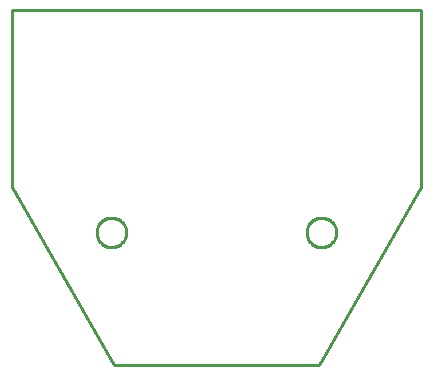
<source format=gbr>
G04 EAGLE Gerber RS-274X export*
G75*
%MOMM*%
%FSLAX34Y34*%
%LPD*%
%IN*%
%IPPOS*%
%AMOC8*
5,1,8,0,0,1.08239X$1,22.5*%
G01*
%ADD10C,0.254000*%


D10*
X-103350Y130810D02*
X-16750Y-19190D01*
X156450Y-19190D01*
X243050Y130810D01*
X243050Y280810D01*
X-103350Y280810D01*
X-103350Y130810D01*
X-6550Y92219D02*
X-6627Y91240D01*
X-6781Y90270D01*
X-7010Y89314D01*
X-7314Y88380D01*
X-7689Y87473D01*
X-8135Y86598D01*
X-8649Y85760D01*
X-9226Y84965D01*
X-9864Y84218D01*
X-10558Y83524D01*
X-11305Y82886D01*
X-12100Y82309D01*
X-12938Y81795D01*
X-13813Y81349D01*
X-14720Y80974D01*
X-15654Y80670D01*
X-16610Y80441D01*
X-17580Y80287D01*
X-18559Y80210D01*
X-19541Y80210D01*
X-20520Y80287D01*
X-21491Y80441D01*
X-22446Y80670D01*
X-23380Y80974D01*
X-24287Y81349D01*
X-25162Y81795D01*
X-26000Y82309D01*
X-26795Y82886D01*
X-27542Y83524D01*
X-28236Y84218D01*
X-28874Y84965D01*
X-29451Y85760D01*
X-29965Y86598D01*
X-30411Y87473D01*
X-30786Y88380D01*
X-31090Y89314D01*
X-31319Y90270D01*
X-31473Y91240D01*
X-31550Y92219D01*
X-31550Y93201D01*
X-31473Y94180D01*
X-31319Y95151D01*
X-31090Y96106D01*
X-30786Y97040D01*
X-30411Y97947D01*
X-29965Y98822D01*
X-29451Y99660D01*
X-28874Y100455D01*
X-28236Y101202D01*
X-27542Y101896D01*
X-26795Y102534D01*
X-26000Y103111D01*
X-25162Y103625D01*
X-24287Y104071D01*
X-23380Y104446D01*
X-22446Y104750D01*
X-21491Y104979D01*
X-20520Y105133D01*
X-19541Y105210D01*
X-18559Y105210D01*
X-17580Y105133D01*
X-16610Y104979D01*
X-15654Y104750D01*
X-14720Y104446D01*
X-13813Y104071D01*
X-12938Y103625D01*
X-12100Y103111D01*
X-11305Y102534D01*
X-10558Y101896D01*
X-9864Y101202D01*
X-9226Y100455D01*
X-8649Y99660D01*
X-8135Y98822D01*
X-7689Y97947D01*
X-7314Y97040D01*
X-7010Y96106D01*
X-6781Y95151D01*
X-6627Y94180D01*
X-6550Y93201D01*
X-6550Y92219D01*
X171250Y92219D02*
X171173Y91240D01*
X171019Y90270D01*
X170790Y89314D01*
X170486Y88380D01*
X170111Y87473D01*
X169665Y86598D01*
X169151Y85760D01*
X168574Y84965D01*
X167936Y84218D01*
X167242Y83524D01*
X166495Y82886D01*
X165700Y82309D01*
X164862Y81795D01*
X163987Y81349D01*
X163080Y80974D01*
X162146Y80670D01*
X161191Y80441D01*
X160220Y80287D01*
X159241Y80210D01*
X158259Y80210D01*
X157280Y80287D01*
X156310Y80441D01*
X155354Y80670D01*
X154420Y80974D01*
X153513Y81349D01*
X152638Y81795D01*
X151800Y82309D01*
X151005Y82886D01*
X150258Y83524D01*
X149564Y84218D01*
X148926Y84965D01*
X148349Y85760D01*
X147835Y86598D01*
X147389Y87473D01*
X147014Y88380D01*
X146710Y89314D01*
X146481Y90270D01*
X146327Y91240D01*
X146250Y92219D01*
X146250Y93201D01*
X146327Y94180D01*
X146481Y95151D01*
X146710Y96106D01*
X147014Y97040D01*
X147389Y97947D01*
X147835Y98822D01*
X148349Y99660D01*
X148926Y100455D01*
X149564Y101202D01*
X150258Y101896D01*
X151005Y102534D01*
X151800Y103111D01*
X152638Y103625D01*
X153513Y104071D01*
X154420Y104446D01*
X155354Y104750D01*
X156310Y104979D01*
X157280Y105133D01*
X158259Y105210D01*
X159241Y105210D01*
X160220Y105133D01*
X161191Y104979D01*
X162146Y104750D01*
X163080Y104446D01*
X163987Y104071D01*
X164862Y103625D01*
X165700Y103111D01*
X166495Y102534D01*
X167242Y101896D01*
X167936Y101202D01*
X168574Y100455D01*
X169151Y99660D01*
X169665Y98822D01*
X170111Y97947D01*
X170486Y97040D01*
X170790Y96106D01*
X171019Y95151D01*
X171173Y94180D01*
X171250Y93201D01*
X171250Y92219D01*
M02*

</source>
